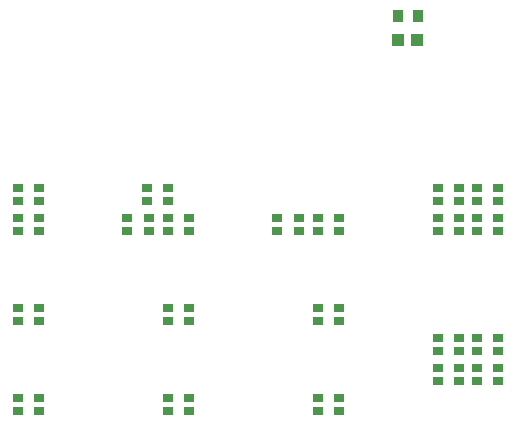
<source format=gtp>
G04 Layer: TopPasteMaskLayer*
G04 EasyEDA v6.5.34, 2023-09-10 21:32:29*
G04 1afe794d2bab4df38a2457b4b3463e79,5a6b42c53f6a479593ecc07194224c93,10*
G04 Gerber Generator version 0.2*
G04 Scale: 100 percent, Rotated: No, Reflected: No *
G04 Dimensions in millimeters *
G04 leading zeros omitted , absolute positions ,4 integer and 5 decimal *
%FSLAX45Y45*%
%MOMM*%

%ADD10R,0.9000X0.7000*%
%ADD11R,1.0000X1.1000*%
%ADD12R,0.8999X1.0000*%

%LPD*%
D10*
G01*
X2199708Y4118983D03*
G01*
X2016701Y4118983D03*
G01*
X2016701Y4008975D03*
G01*
X2199708Y4008975D03*
G01*
X4993708Y2594983D03*
G01*
X4810676Y2594983D03*
G01*
X4810701Y2484975D03*
G01*
X4993708Y2484975D03*
G01*
X4663508Y2594983D03*
G01*
X4480476Y2594983D03*
G01*
X4480501Y2484975D03*
G01*
X4663508Y2484975D03*
G01*
X4993708Y2848983D03*
G01*
X4810676Y2848983D03*
G01*
X4810701Y2738975D03*
G01*
X4993708Y2738975D03*
G01*
X4663508Y2848983D03*
G01*
X4480476Y2848983D03*
G01*
X4480501Y2738975D03*
G01*
X4663508Y2738975D03*
G01*
X4663508Y4118983D03*
G01*
X4480476Y4118983D03*
G01*
X4480501Y4008975D03*
G01*
X4663508Y4008975D03*
G01*
X4993708Y4118983D03*
G01*
X4810676Y4118983D03*
G01*
X4810701Y4008975D03*
G01*
X4993708Y4008975D03*
G01*
X4663508Y3864983D03*
G01*
X4480476Y3864983D03*
G01*
X4480501Y3754975D03*
G01*
X4663508Y3754975D03*
G01*
X4993708Y3864983D03*
G01*
X4810676Y3864983D03*
G01*
X4810701Y3754975D03*
G01*
X4993708Y3754975D03*
G01*
X3647508Y2340983D03*
G01*
X3464501Y2340983D03*
G01*
X3464501Y2230975D03*
G01*
X3647508Y2230975D03*
G01*
X3647508Y3102983D03*
G01*
X3464501Y3102983D03*
G01*
X3464501Y2992975D03*
G01*
X3647508Y2992975D03*
G01*
X3647508Y3864983D03*
G01*
X3464501Y3864983D03*
G01*
X3464501Y3754975D03*
G01*
X3647508Y3754975D03*
G01*
X3304608Y3864983D03*
G01*
X3121601Y3864983D03*
G01*
X3121601Y3754975D03*
G01*
X3304608Y3754975D03*
G01*
X1107508Y2340983D03*
G01*
X924501Y2340983D03*
G01*
X924501Y2230975D03*
G01*
X1107508Y2230975D03*
G01*
X1107508Y3102983D03*
G01*
X924501Y3102983D03*
G01*
X924501Y2992975D03*
G01*
X1107508Y2992975D03*
G01*
X1107508Y3864983D03*
G01*
X924501Y3864983D03*
G01*
X924501Y3754975D03*
G01*
X1107508Y3754975D03*
G01*
X1107508Y4118983D03*
G01*
X924501Y4118983D03*
G01*
X924501Y4008975D03*
G01*
X1107508Y4008975D03*
G01*
X2034608Y3864983D03*
G01*
X1851601Y3864983D03*
G01*
X1851601Y3754975D03*
G01*
X2034608Y3754975D03*
G01*
X2377508Y3864983D03*
G01*
X2194501Y3864983D03*
G01*
X2194501Y3754975D03*
G01*
X2377508Y3754975D03*
G01*
X2377508Y3102983D03*
G01*
X2194501Y3102983D03*
G01*
X2194501Y2992975D03*
G01*
X2377508Y2992975D03*
G01*
X2377508Y2340983D03*
G01*
X2194501Y2340983D03*
G01*
X2194501Y2230975D03*
G01*
X2377508Y2230975D03*
D11*
G01*
X4149082Y5372092D03*
G01*
X4309076Y5372092D03*
D12*
G01*
X4144078Y5575292D03*
G01*
X4314080Y5575292D03*
M02*

</source>
